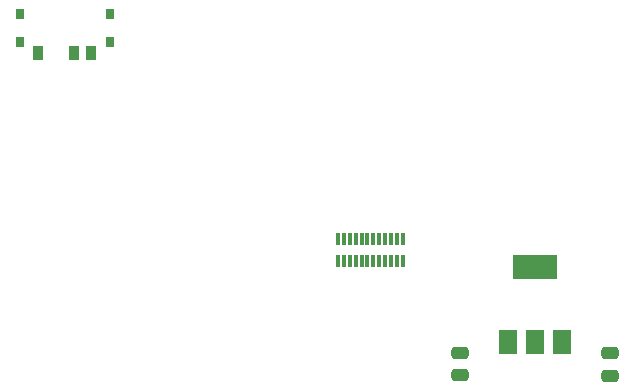
<source format=gbr>
%TF.GenerationSoftware,KiCad,Pcbnew,(5.99.0-9526-g5c17ff0595)*%
%TF.CreationDate,2021-07-10T19:15:03-05:00*%
%TF.ProjectId,DesktopHolder,4465736b-746f-4704-986f-6c6465722e6b,rev?*%
%TF.SameCoordinates,Original*%
%TF.FileFunction,Paste,Bot*%
%TF.FilePolarity,Positive*%
%FSLAX46Y46*%
G04 Gerber Fmt 4.6, Leading zero omitted, Abs format (unit mm)*
G04 Created by KiCad (PCBNEW (5.99.0-9526-g5c17ff0595)) date 2021-07-10 19:15:03*
%MOMM*%
%LPD*%
G01*
G04 APERTURE LIST*
G04 Aperture macros list*
%AMRoundRect*
0 Rectangle with rounded corners*
0 $1 Rounding radius*
0 $2 $3 $4 $5 $6 $7 $8 $9 X,Y pos of 4 corners*
0 Add a 4 corners polygon primitive as box body*
4,1,4,$2,$3,$4,$5,$6,$7,$8,$9,$2,$3,0*
0 Add four circle primitives for the rounded corners*
1,1,$1+$1,$2,$3*
1,1,$1+$1,$4,$5*
1,1,$1+$1,$6,$7*
1,1,$1+$1,$8,$9*
0 Add four rect primitives between the rounded corners*
20,1,$1+$1,$2,$3,$4,$5,0*
20,1,$1+$1,$4,$5,$6,$7,0*
20,1,$1+$1,$6,$7,$8,$9,0*
20,1,$1+$1,$8,$9,$2,$3,0*%
G04 Aperture macros list end*
%ADD10R,0.900000X1.250000*%
%ADD11R,0.800000X0.900000*%
%ADD12RoundRect,0.250000X0.475000X-0.250000X0.475000X0.250000X-0.475000X0.250000X-0.475000X-0.250000X0*%
%ADD13R,1.500000X2.000000*%
%ADD14R,3.800000X2.000000*%
%ADD15R,0.300000X1.000000*%
G04 APERTURE END LIST*
D10*
%TO.C,Power1*%
X128105000Y-57075000D03*
X126605000Y-57075000D03*
X123605000Y-57075000D03*
D11*
X129655000Y-56100000D03*
X122045000Y-56100000D03*
X122055000Y-53800000D03*
X129655000Y-53800000D03*
%TD*%
D12*
%TO.C,C2*%
X172050000Y-84400000D03*
X172050000Y-82500000D03*
%TD*%
%TO.C,C1*%
X159325000Y-84375000D03*
X159325000Y-82475000D03*
%TD*%
D13*
%TO.C,U1*%
X167975000Y-81525000D03*
X165675000Y-81525000D03*
D14*
X165675000Y-75225000D03*
D13*
X163375000Y-81525000D03*
%TD*%
D15*
%TO.C,P1*%
X154475000Y-72800000D03*
X153975000Y-72800000D03*
X153475000Y-72800000D03*
X152975000Y-72800000D03*
X152475000Y-72800000D03*
X151975000Y-72800000D03*
X151475000Y-72800000D03*
X150975000Y-72800000D03*
X150475000Y-72800000D03*
X149975000Y-72800000D03*
X149475000Y-72800000D03*
X148975000Y-72800000D03*
X148975000Y-74700000D03*
X149475000Y-74700000D03*
X149975000Y-74700000D03*
X150475000Y-74700000D03*
X150975000Y-74700000D03*
X151475000Y-74700000D03*
X151975000Y-74700000D03*
X152475000Y-74700000D03*
X152975000Y-74700000D03*
X153475000Y-74700000D03*
X153975000Y-74700000D03*
X154475000Y-74700000D03*
%TD*%
M02*

</source>
